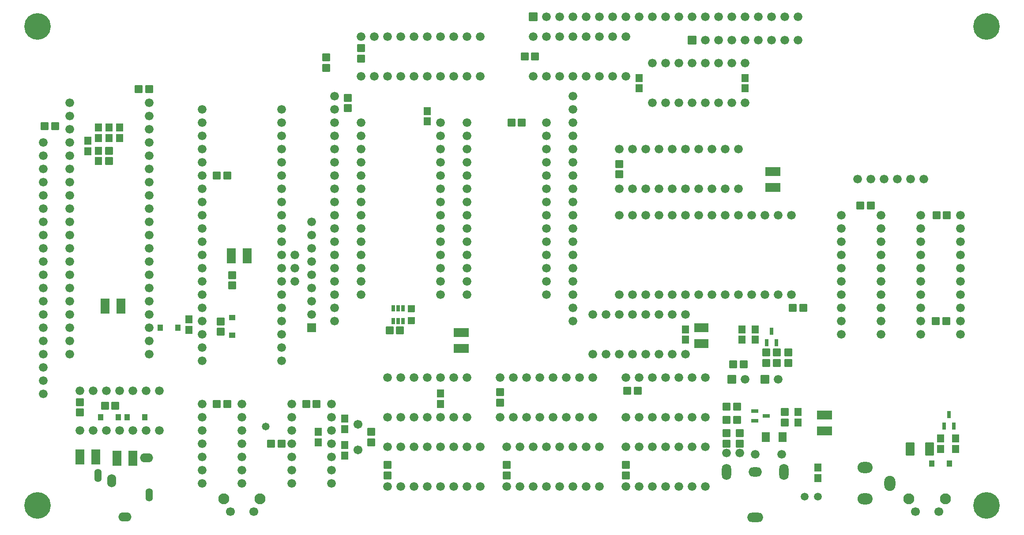
<source format=gbs>
G04 Layer: BottomSolderMaskLayer*
G04 EasyEDA v6.5.39, 2024-02-04 17:57:03*
G04 f6d63844dc264826aa4dc6ae726a4a04,5509f98a9368439c9cde498926e245b9,10*
G04 Gerber Generator version 0.2*
G04 Scale: 100 percent, Rotated: No, Reflected: No *
G04 Dimensions in inches *
G04 leading zeros omitted , absolute positions ,3 integer and 6 decimal *
%FSLAX36Y36*%
%MOIN*%

%AMMACRO1*1,1,$1,$2,$3*1,1,$1,$4,$5*1,1,$1,0-$2,0-$3*1,1,$1,0-$4,0-$5*20,1,$1,$2,$3,$4,$5,0*20,1,$1,$4,$5,0-$2,0-$3,0*20,1,$1,0-$2,0-$3,0-$4,0-$5,0*20,1,$1,0-$4,0-$5,$2,$3,0*4,1,4,$2,$3,$4,$5,0-$2,0-$3,0-$4,0-$5,$2,$3,0*%
%ADD10MACRO1,0.004X0.025X-0.025X-0.025X-0.025*%
%ADD11MACRO1,0.004X-0.0118X-0.0197X0.0118X-0.0197*%
%ADD12MACRO1,0.004X-0.0278X-0.0266X-0.0278X0.0266*%
%ADD13MACRO1,0.004X0.0278X-0.0266X0.0278X0.0266*%
%ADD14MACRO1,0.004X0.0187X0.0226X-0.0187X0.0226*%
%ADD15MACRO1,0.004X0.0278X0.0266X0.0278X-0.0266*%
%ADD16MACRO1,0.004X-0.0278X0.0266X-0.0278X-0.0266*%
%ADD17R,0.0572X0.0595*%
%ADD18MACRO1,0.0039X0.025X-0.0125X0.025X0.0125*%
%ADD19MACRO1,0.004X-0.0266X0.0278X0.0266X0.0278*%
%ADD20MACRO1,0.004X-0.0266X-0.0278X0.0266X-0.0278*%
%ADD21MACRO1,0.004X-0.0531X-0.0322X0.0531X-0.0322*%
%ADD22MACRO1,0.004X-0.0531X0.0322X0.0531X0.0322*%
%ADD23MACRO1,0.0039X0.0125X0.025X-0.0125X0.025*%
%ADD24MACRO1,0.004X0.0322X-0.0532X0.0322X0.0532*%
%ADD25MACRO1,0.004X-0.0322X-0.0532X-0.0322X0.0532*%
%ADD26MACRO1,0.004X-0.0187X-0.0226X0.0187X-0.0226*%
%ADD27MACRO1,0.004X0.0226X-0.0187X0.0226X0.0187*%
%ADD28R,0.1103X0.0684*%
%ADD29MACRO1,0.004X0.0292X-0.034X0.0292X0.034*%
%ADD30MACRO1,0.004X-0.0292X-0.034X-0.0292X0.034*%
%ADD31MACRO1,0.004X0.0297X-0.0468X0.0297X0.0468*%
%ADD32MACRO1,0.004X-0.0297X-0.0468X-0.0297X0.0468*%
%ADD33C,0.0660*%
%ADD34MACRO1,0.004X-0.031X0.031X0.031X0.031*%
%ADD35C,0.0669*%
%ADD36C,0.0827*%
%ADD37C,0.0591*%
%ADD38C,0.0670*%
%ADD39O,0.114X0.084*%
%ADD40O,0.084X0.114*%
%ADD41O,0.054000000000000006X0.099*%
%ADD42O,0.099X0.067*%
%ADD43O,0.067X0.099*%
%ADD44O,0.12211X0.070929*%
%ADD45O,0.070929X0.12211*%
%ADD46O,0.102425X0.070929*%
%ADD47R,0.0670X0.0660*%
%ADD48MACRO1,0.004X-0.031X0.0315X0.031X0.0315*%
%ADD49C,0.2008*%
%ADD50C,0.0580*%
%ADD51C,0.0105*%

%LPD*%
D10*
G01*
X2980000Y1645000D03*
G01*
X2980000Y1555000D03*
D11*
G01*
X2842600Y1647244D03*
G01*
X2880000Y1647244D03*
G01*
X2917399Y1647244D03*
G01*
X2917399Y1552755D03*
G01*
X2880000Y1552755D03*
G01*
X2842600Y1552755D03*
D12*
G01*
X7019371Y1550000D03*
D13*
G01*
X6940628Y1550000D03*
D14*
G01*
X1083370Y1500000D03*
G01*
X1216630Y1500000D03*
D15*
G01*
X1920628Y625000D03*
D16*
G01*
X1999371Y625000D03*
D17*
G01*
X6050000Y444369D03*
G01*
X6050000Y365630D03*
D18*
G01*
X5658307Y835000D03*
G01*
X5571692Y797599D03*
G01*
X5571692Y872402D03*
D19*
G01*
X5460000Y625628D03*
D20*
G01*
X5460000Y704371D03*
D15*
G01*
X5360628Y805000D03*
D16*
G01*
X5439371Y805000D03*
D19*
G01*
X5800000Y785628D03*
D20*
G01*
X5800000Y864371D03*
D17*
G01*
X5900000Y864369D03*
G01*
X5900000Y785630D03*
D21*
G01*
X6100000Y839744D03*
D22*
G01*
X6100000Y720255D03*
D23*
G01*
X7040000Y843306D03*
G01*
X7077401Y756693D03*
G01*
X7002597Y756693D03*
G01*
X5700000Y1473306D03*
G01*
X5737401Y1386693D03*
G01*
X5662597Y1386693D03*
D16*
G01*
X289371Y3025000D03*
D15*
G01*
X210628Y3025000D03*
D17*
G01*
X2275000Y635630D03*
G01*
X2275000Y714369D03*
D20*
G01*
X5825000Y1314371D03*
D19*
G01*
X5825000Y1235628D03*
D20*
G01*
X2675000Y714371D03*
D19*
G01*
X2675000Y635628D03*
D20*
G01*
X2800000Y464371D03*
D19*
G01*
X2800000Y385628D03*
D20*
G01*
X1625000Y1899371D03*
D19*
G01*
X1625000Y1820628D03*
D16*
G01*
X1589371Y925000D03*
D15*
G01*
X1510628Y925000D03*
D16*
G01*
X2264371Y925000D03*
D15*
G01*
X2185628Y925000D03*
D20*
G01*
X3700000Y464371D03*
D19*
G01*
X3700000Y385628D03*
D20*
G01*
X3650000Y1014371D03*
D19*
G01*
X3650000Y935628D03*
D13*
G01*
X4610628Y1025000D03*
D12*
G01*
X4689371Y1025000D03*
D17*
G01*
X3200000Y925630D03*
G01*
X3200000Y1004369D03*
D20*
G01*
X4600000Y464371D03*
D19*
G01*
X4600000Y385628D03*
D13*
G01*
X5860628Y1650000D03*
D12*
G01*
X5939371Y1650000D03*
D20*
G01*
X4550000Y2739371D03*
D19*
G01*
X4550000Y2660628D03*
D17*
G01*
X3100000Y3060630D03*
G01*
X3100000Y3139369D03*
D16*
G01*
X3814371Y3050000D03*
D15*
G01*
X3735628Y3050000D03*
D20*
G01*
X2600000Y3614371D03*
D19*
G01*
X2600000Y3535628D03*
D17*
G01*
X5500000Y3310630D03*
G01*
X5500000Y3389369D03*
G01*
X4700000Y3310630D03*
G01*
X4700000Y3389369D03*
G01*
X5050000Y1410630D03*
G01*
X5050000Y1489369D03*
D20*
G01*
X2500000Y3239371D03*
D19*
G01*
X2500000Y3160628D03*
D16*
G01*
X7024371Y2350000D03*
D15*
G01*
X6945628Y2350000D03*
D16*
G01*
X6449371Y2425000D03*
D15*
G01*
X6370628Y2425000D03*
D16*
G01*
X999371Y3305000D03*
D15*
G01*
X920628Y3305000D03*
D20*
G01*
X475000Y939371D03*
D19*
G01*
X475000Y860628D03*
D24*
G01*
X475255Y525000D03*
D25*
G01*
X594744Y525000D03*
D24*
G01*
X755255Y515000D03*
D25*
G01*
X874744Y515000D03*
D24*
G01*
X665255Y1665000D03*
D25*
G01*
X784744Y1665000D03*
D26*
G01*
X766630Y825000D03*
G01*
X633369Y825000D03*
D14*
G01*
X833369Y825000D03*
G01*
X966630Y825000D03*
D15*
G01*
X665628Y910000D03*
D16*
G01*
X744371Y910000D03*
D17*
G01*
X535000Y2914369D03*
G01*
X535000Y2835630D03*
G01*
X615000Y3014369D03*
G01*
X615000Y2935630D03*
G01*
X695000Y3014369D03*
G01*
X695000Y2935630D03*
G01*
X775000Y3014369D03*
G01*
X775000Y2935630D03*
G01*
X615000Y2839369D03*
G01*
X615000Y2760630D03*
D19*
G01*
X695000Y2760628D03*
D20*
G01*
X695000Y2839371D03*
D24*
G01*
X1620255Y2045000D03*
D25*
G01*
X1739744Y2045000D03*
D27*
G01*
X1625000Y1576630D03*
G01*
X1625000Y1443370D03*
D19*
G01*
X1540000Y1470628D03*
D20*
G01*
X1540000Y1549371D03*
D17*
G01*
X2475000Y814369D03*
G01*
X2475000Y735630D03*
G01*
X2475000Y614369D03*
G01*
X2475000Y535630D03*
D12*
G01*
X1589371Y2650000D03*
D13*
G01*
X1510628Y2650000D03*
D17*
G01*
X7090000Y664369D03*
G01*
X7090000Y585630D03*
G01*
X6975000Y664369D03*
G01*
X6975000Y585630D03*
G01*
X5575000Y1489369D03*
G01*
X5575000Y1410630D03*
G01*
X5475000Y1489369D03*
G01*
X5475000Y1410630D03*
D12*
G01*
X5489371Y1225000D03*
D13*
G01*
X5410628Y1225000D03*
D12*
G01*
X5439371Y905000D03*
D13*
G01*
X5360628Y905000D03*
D12*
G01*
X5739371Y1235000D03*
D13*
G01*
X5660628Y1235000D03*
D12*
G01*
X5739371Y1315000D03*
D13*
G01*
X5660628Y1315000D03*
D19*
G01*
X2335000Y3465628D03*
D20*
G01*
X2335000Y3544371D03*
D19*
G01*
X5360000Y625628D03*
D20*
G01*
X5360000Y704371D03*
D15*
G01*
X3835628Y3550000D03*
D16*
G01*
X3914371Y3550000D03*
D17*
G01*
X1300000Y1485630D03*
G01*
X1300000Y1564369D03*
D21*
G01*
X3355000Y1464744D03*
D22*
G01*
X3355000Y1345255D03*
D21*
G01*
X5710000Y2679744D03*
D22*
G01*
X5710000Y2560255D03*
D28*
G01*
X5170000Y1380259D03*
G01*
X5170000Y1499740D03*
D29*
G01*
X5657303Y675000D03*
D30*
G01*
X5782696Y675000D03*
D31*
G01*
X6746747Y585000D03*
D32*
G01*
X6893253Y585000D03*
D26*
G01*
X7041630Y475000D03*
G01*
X6908370Y475000D03*
D16*
G01*
X2894371Y1480000D03*
D15*
G01*
X2815628Y1480000D03*
D33*
G01*
X4400000Y3850000D03*
D34*
G01*
X3900000Y3850000D03*
D33*
G01*
X4000000Y3850000D03*
G01*
X4100000Y3850000D03*
G01*
X4200000Y3850000D03*
G01*
X4300000Y3850000D03*
G01*
X4500000Y3850000D03*
G01*
X4600000Y3850000D03*
G01*
X4700000Y3850000D03*
G01*
X4800000Y3850000D03*
G01*
X5200000Y3850000D03*
G01*
X5300000Y3850000D03*
G01*
X5400000Y3850000D03*
G01*
X5500000Y3850000D03*
G01*
X5600000Y3850000D03*
G01*
X5700000Y3850000D03*
G01*
X5800000Y3850000D03*
G01*
X5900000Y3850000D03*
G01*
X4900000Y3850000D03*
G01*
X5000000Y3850000D03*
G01*
X5100000Y3850000D03*
G01*
X7125000Y2350000D03*
G01*
X7125000Y2250000D03*
G01*
X7125000Y2150000D03*
G01*
X7125000Y2050000D03*
G01*
X7125000Y1950000D03*
G01*
X7125000Y1850000D03*
G01*
X7125000Y1750000D03*
G01*
X7125000Y1650000D03*
G01*
X7125000Y1550000D03*
G01*
X7125000Y1450000D03*
G01*
X6825000Y1450000D03*
G01*
X6825000Y1550000D03*
G01*
X6825000Y1650000D03*
G01*
X6825000Y1750000D03*
G01*
X6825000Y1850000D03*
G01*
X6825000Y1950000D03*
G01*
X6825000Y2050000D03*
G01*
X6825000Y2150000D03*
G01*
X6825000Y2250000D03*
G01*
X6825000Y2350000D03*
G01*
X6525000Y2350000D03*
G01*
X6525000Y2250000D03*
G01*
X6525000Y2150000D03*
G01*
X6525000Y2050000D03*
G01*
X6525000Y1950000D03*
G01*
X6525000Y1850000D03*
G01*
X6525000Y1750000D03*
G01*
X6525000Y1650000D03*
G01*
X6525000Y1550000D03*
G01*
X6525000Y1450000D03*
G01*
X6225000Y1450000D03*
G01*
X6225000Y1550000D03*
G01*
X6225000Y1650000D03*
G01*
X6225000Y1750000D03*
G01*
X6225000Y1850000D03*
G01*
X6225000Y1950000D03*
G01*
X6225000Y2050000D03*
G01*
X6225000Y2150000D03*
G01*
X6225000Y2250000D03*
G01*
X6225000Y2350000D03*
D35*
G01*
X6786419Y110790D03*
G01*
X6963580Y110790D03*
D36*
G01*
X6737209Y209209D03*
G01*
X7012799Y209209D03*
D33*
G01*
X2100000Y1950000D03*
G01*
X2100000Y2050000D03*
D37*
G01*
X6050000Y225000D03*
G01*
X5950000Y225000D03*
D35*
G01*
X1611419Y110799D03*
G01*
X1788580Y110799D03*
D36*
G01*
X1562209Y209220D03*
G01*
X1837799Y209220D03*
D33*
G01*
X2375000Y925000D03*
G01*
X2375000Y825000D03*
G01*
X2375000Y725000D03*
G01*
X2375000Y625000D03*
G01*
X2375000Y525000D03*
G01*
X2375000Y425000D03*
G01*
X2375000Y325000D03*
G01*
X2075000Y325000D03*
G01*
X2075000Y425000D03*
G01*
X2075000Y525000D03*
G01*
X2075000Y625000D03*
G01*
X2075000Y725000D03*
G01*
X2075000Y825000D03*
G01*
X2075000Y925000D03*
G01*
X4600000Y1125000D03*
G01*
X4700000Y1125000D03*
G01*
X4800000Y1125000D03*
G01*
X4900000Y1125000D03*
G01*
X5000000Y1125000D03*
G01*
X5100000Y1125000D03*
G01*
X5200000Y1125000D03*
G01*
X5200000Y825000D03*
G01*
X5100000Y825000D03*
G01*
X5000000Y825000D03*
G01*
X4900000Y825000D03*
G01*
X4800000Y825000D03*
G01*
X4700000Y825000D03*
G01*
X4600000Y825000D03*
G01*
X5850000Y1750000D03*
G01*
X5750000Y1750000D03*
G01*
X5650000Y1750000D03*
G01*
X5550000Y1750000D03*
G01*
X5450000Y1750000D03*
G01*
X5350000Y1750000D03*
G01*
X5249939Y1750000D03*
G01*
X5150000Y1750000D03*
G01*
X5050000Y1750000D03*
G01*
X4950000Y1750000D03*
G01*
X4850000Y1750000D03*
G01*
X4750000Y1750000D03*
G01*
X4650000Y1750000D03*
G01*
X4550000Y1750000D03*
G01*
X4550000Y2350000D03*
G01*
X4650000Y2350000D03*
G01*
X4750000Y2350000D03*
G01*
X4850000Y2350000D03*
G01*
X4950000Y2350000D03*
G01*
X5050000Y2350000D03*
G01*
X5150000Y2350000D03*
G01*
X5250000Y2350000D03*
G01*
X5350000Y2350000D03*
G01*
X5450000Y2350000D03*
G01*
X5550000Y2350000D03*
G01*
X5650000Y2350000D03*
G01*
X5750000Y2350000D03*
G01*
X5850000Y2350000D03*
G01*
X1700000Y925000D03*
G01*
X1700000Y825000D03*
G01*
X1700000Y725000D03*
G01*
X1700000Y625000D03*
G01*
X1700000Y525000D03*
G01*
X1700000Y425000D03*
G01*
X1700000Y325000D03*
G01*
X1400000Y325000D03*
G01*
X1400000Y425000D03*
G01*
X1400000Y525000D03*
G01*
X1400000Y625000D03*
G01*
X1400000Y725000D03*
G01*
X1400000Y825000D03*
G01*
X1400000Y925000D03*
G01*
X4600000Y600000D03*
G01*
X4700000Y600000D03*
G01*
X4800000Y600000D03*
G01*
X4900000Y600000D03*
G01*
X5000000Y600000D03*
G01*
X5100000Y600000D03*
G01*
X5200000Y600000D03*
G01*
X5200000Y300000D03*
G01*
X5100000Y300000D03*
G01*
X5000000Y300000D03*
G01*
X4900000Y300000D03*
G01*
X4800000Y300000D03*
G01*
X4700000Y300000D03*
G01*
X4600000Y300000D03*
G01*
X4550000Y2849969D03*
G01*
X4650000Y2849969D03*
G01*
X4750000Y2849969D03*
G01*
X4850000Y2849969D03*
G01*
X4950000Y2849969D03*
G01*
X5050000Y2849969D03*
G01*
X5150000Y2849969D03*
G01*
X5250000Y2849969D03*
G01*
X5350000Y2849969D03*
G01*
X5450000Y2849969D03*
G01*
X5450000Y2549969D03*
G01*
X5350000Y2549969D03*
G01*
X5250000Y2549969D03*
G01*
X5150000Y2549969D03*
G01*
X5050000Y2549969D03*
G01*
X4950000Y2549969D03*
G01*
X4850000Y2549969D03*
G01*
X4750000Y2549969D03*
G01*
X4650000Y2549969D03*
G01*
X4550000Y2549969D03*
G01*
X4000000Y3050000D03*
G01*
X4000000Y2950000D03*
G01*
X4000000Y2850000D03*
G01*
X4000000Y2750000D03*
G01*
X4000000Y2650000D03*
G01*
X4000000Y2550000D03*
G01*
X4000000Y2449940D03*
G01*
X4000000Y2350000D03*
G01*
X4000000Y2250000D03*
G01*
X4000000Y2150000D03*
G01*
X4000000Y2050000D03*
G01*
X4000000Y1950000D03*
G01*
X4000000Y1850000D03*
G01*
X4000000Y1750000D03*
G01*
X3400000Y1750000D03*
G01*
X3400000Y1850000D03*
G01*
X3400000Y1950000D03*
G01*
X3400000Y2050000D03*
G01*
X3400000Y2150000D03*
G01*
X3400000Y2250000D03*
G01*
X3400000Y2350000D03*
G01*
X3400000Y2450000D03*
G01*
X3400000Y2550000D03*
G01*
X3400000Y2650000D03*
G01*
X3400000Y2750000D03*
G01*
X3400000Y2850000D03*
G01*
X3400000Y2950000D03*
G01*
X3400000Y3050000D03*
G01*
X5050000Y1600000D03*
G01*
X4950000Y1600000D03*
G01*
X4650000Y1600000D03*
G01*
X4550000Y1600000D03*
G01*
X4850000Y1600000D03*
G01*
X4750000Y1600000D03*
G01*
X4450000Y1600000D03*
G01*
X4350000Y1600000D03*
G01*
X4350000Y1300000D03*
G01*
X4450000Y1300000D03*
G01*
X4550000Y1300000D03*
G01*
X4650000Y1300000D03*
G01*
X4750000Y1300000D03*
G01*
X4850000Y1300000D03*
G01*
X4950000Y1300000D03*
G01*
X5050000Y1300000D03*
G01*
X2800000Y1125000D03*
G01*
X2900000Y1125000D03*
G01*
X3000000Y1125000D03*
G01*
X3100000Y1125000D03*
G01*
X3200000Y1125000D03*
G01*
X3300000Y1125000D03*
G01*
X3400000Y1125000D03*
G01*
X3400000Y825000D03*
G01*
X3300000Y825000D03*
G01*
X3200000Y825000D03*
G01*
X3100000Y825000D03*
G01*
X3000000Y825000D03*
G01*
X2900000Y825000D03*
G01*
X2800000Y825000D03*
G01*
X4600000Y3700000D03*
G01*
X4500000Y3700000D03*
G01*
X4200000Y3700000D03*
G01*
X4100000Y3700000D03*
G01*
X4400000Y3700000D03*
G01*
X4300000Y3700000D03*
G01*
X4000000Y3700000D03*
G01*
X3900000Y3700000D03*
G01*
X3900000Y3400000D03*
G01*
X4000000Y3400000D03*
G01*
X4100000Y3400000D03*
G01*
X4200000Y3400000D03*
G01*
X4300000Y3400000D03*
G01*
X4400000Y3400000D03*
G01*
X4500000Y3400000D03*
G01*
X4600000Y3400000D03*
G01*
X2800000Y300000D03*
G01*
X2900000Y300000D03*
G01*
X3200000Y300000D03*
G01*
X3300000Y300000D03*
G01*
X3000000Y300000D03*
G01*
X3100000Y300000D03*
G01*
X3400000Y300000D03*
G01*
X3500000Y300000D03*
G01*
X3500000Y600000D03*
G01*
X3400000Y600000D03*
G01*
X3300000Y600000D03*
G01*
X3200000Y600000D03*
G01*
X3100000Y600000D03*
G01*
X3000000Y600000D03*
G01*
X2900000Y600000D03*
G01*
X2800000Y600000D03*
G01*
X3700000Y300000D03*
G01*
X3800000Y300000D03*
G01*
X4100000Y300000D03*
G01*
X4200000Y300000D03*
G01*
X3900000Y300000D03*
G01*
X4000000Y300000D03*
G01*
X4300000Y300000D03*
G01*
X4400000Y300000D03*
G01*
X4400000Y600000D03*
G01*
X4300000Y600000D03*
G01*
X4200000Y600000D03*
G01*
X4100000Y600000D03*
G01*
X4000000Y600000D03*
G01*
X3900000Y600000D03*
G01*
X3800000Y600000D03*
G01*
X3700000Y600000D03*
G01*
X3650000Y825000D03*
G01*
X3750000Y825000D03*
G01*
X4050000Y825000D03*
G01*
X4150000Y825000D03*
G01*
X3850000Y825000D03*
G01*
X3950000Y825000D03*
G01*
X4250000Y825000D03*
G01*
X4350000Y825000D03*
G01*
X4350000Y1125000D03*
G01*
X4250000Y1125000D03*
G01*
X4150000Y1125000D03*
G01*
X4050000Y1125000D03*
G01*
X3950000Y1125000D03*
G01*
X3850000Y1125000D03*
G01*
X3750000Y1125000D03*
G01*
X3650000Y1125000D03*
G01*
X5500000Y3500000D03*
G01*
X5400000Y3500000D03*
G01*
X5100000Y3500000D03*
G01*
X5000000Y3500000D03*
G01*
X5300000Y3500000D03*
G01*
X5200000Y3500000D03*
G01*
X4900000Y3500000D03*
G01*
X4800000Y3500000D03*
G01*
X4800000Y3200000D03*
G01*
X4900000Y3200000D03*
G01*
X5000000Y3200000D03*
G01*
X5100000Y3200000D03*
G01*
X5200000Y3200000D03*
G01*
X5300000Y3200000D03*
G01*
X5400000Y3200000D03*
G01*
X5500000Y3200000D03*
G01*
X475000Y1025000D03*
G01*
X575000Y1025000D03*
G01*
X675000Y1025000D03*
G01*
X775000Y1025000D03*
G01*
X875000Y1025000D03*
G01*
X975000Y1025000D03*
G01*
X1075000Y1025000D03*
G01*
X1075000Y725000D03*
G01*
X975000Y725000D03*
G01*
X875000Y725000D03*
G01*
X775000Y725000D03*
G01*
X675000Y725000D03*
G01*
X575000Y725000D03*
G01*
X475000Y725000D03*
G01*
X200000Y1000000D03*
G01*
X200000Y1100000D03*
G01*
X200000Y1200000D03*
G01*
X200000Y1300000D03*
G01*
X200000Y1400000D03*
G01*
X200000Y1500000D03*
G01*
X200000Y1600000D03*
G01*
X200000Y1700000D03*
G01*
X200000Y1800000D03*
G01*
X200000Y1900000D03*
G01*
X200000Y2000000D03*
G01*
X200000Y2100000D03*
G01*
X200000Y2200000D03*
G01*
X200000Y2300000D03*
G01*
X200000Y2400000D03*
G01*
X200000Y2500000D03*
G01*
X200000Y2600000D03*
G01*
X200000Y2700000D03*
G01*
X200000Y2800000D03*
G01*
X200000Y2900000D03*
G01*
X2000000Y3150000D03*
G01*
X2000000Y3050000D03*
G01*
X2000000Y2950000D03*
G01*
X2000000Y2850000D03*
G01*
X2000000Y2750000D03*
G01*
X2000000Y2650000D03*
G01*
X2000000Y2550000D03*
G01*
X2000000Y2450000D03*
G01*
X2000000Y2350000D03*
G01*
X2000000Y2250000D03*
G01*
X2000000Y2150000D03*
G01*
X2000000Y2050000D03*
G01*
X2000000Y1950000D03*
G01*
X2000000Y1850000D03*
G01*
X2000000Y1750000D03*
G01*
X2000000Y1650000D03*
G01*
X2000000Y1550000D03*
G01*
X2000000Y1450000D03*
G01*
X2000000Y1350000D03*
G01*
X2000000Y1250000D03*
G01*
X1400000Y1250000D03*
G01*
X1400000Y1350000D03*
G01*
X1400000Y1450000D03*
G01*
X1400000Y1550000D03*
G01*
X1400000Y1650000D03*
G01*
X1400000Y1750000D03*
G01*
X1400000Y1850000D03*
G01*
X1400000Y1950000D03*
G01*
X1400000Y2050000D03*
G01*
X1400000Y2150000D03*
G01*
X1400000Y2250000D03*
G01*
X1400000Y2350000D03*
G01*
X1400000Y2450000D03*
G01*
X1400000Y2550000D03*
G01*
X1400000Y2650000D03*
G01*
X1400000Y2750000D03*
G01*
X1400000Y2850000D03*
G01*
X1400000Y2950000D03*
G01*
X1400000Y3050000D03*
G01*
X1400000Y3150000D03*
G01*
X1000000Y3200000D03*
G01*
X1000000Y3100000D03*
G01*
X1000000Y3000000D03*
G01*
X1000000Y2900000D03*
G01*
X1000000Y2800000D03*
G01*
X1000000Y2700000D03*
G01*
X1000000Y2600000D03*
G01*
X1000000Y2500000D03*
G01*
X1000000Y2400000D03*
G01*
X1000000Y2300000D03*
G01*
X1000000Y2200000D03*
G01*
X1000000Y2100000D03*
G01*
X1000000Y2000000D03*
G01*
X1000000Y1900000D03*
G01*
X1000000Y1800000D03*
G01*
X1000000Y1700000D03*
G01*
X1000000Y1600000D03*
G01*
X1000000Y1500000D03*
G01*
X1000000Y1400000D03*
G01*
X1000000Y1300000D03*
G01*
X400000Y1300000D03*
G01*
X400000Y1400000D03*
G01*
X400000Y1500000D03*
G01*
X400000Y1600000D03*
G01*
X400000Y1700000D03*
G01*
X400000Y1800000D03*
G01*
X400000Y1900000D03*
G01*
X400000Y2000000D03*
G01*
X400000Y2100000D03*
G01*
X400000Y2200000D03*
G01*
X400000Y2300000D03*
G01*
X400000Y2400000D03*
G01*
X400000Y2500000D03*
G01*
X400000Y2600000D03*
G01*
X400000Y2700000D03*
G01*
X400000Y2800000D03*
G01*
X400000Y2900000D03*
G01*
X400000Y3000000D03*
G01*
X400000Y3100000D03*
G01*
X400000Y3200000D03*
G01*
X2600000Y3699969D03*
G01*
X2700000Y3699969D03*
G01*
X2800000Y3699969D03*
G01*
X2900000Y3699969D03*
G01*
X3000000Y3699969D03*
G01*
X3100000Y3699969D03*
G01*
X3200000Y3699969D03*
G01*
X3300000Y3699969D03*
G01*
X3400000Y3699969D03*
G01*
X3500000Y3699969D03*
G01*
X3500000Y3399969D03*
G01*
X3400000Y3399969D03*
G01*
X3300000Y3399969D03*
G01*
X3200000Y3399969D03*
G01*
X3100000Y3399969D03*
G01*
X3000000Y3399969D03*
G01*
X2900000Y3399969D03*
G01*
X2800000Y3399969D03*
G01*
X2700000Y3399969D03*
G01*
X2600000Y3399969D03*
G01*
X3200000Y3050000D03*
G01*
X3200000Y2950000D03*
G01*
X3200000Y2850000D03*
G01*
X3200000Y2750000D03*
G01*
X3200000Y2650000D03*
G01*
X3200000Y2550000D03*
G01*
X3200000Y2449940D03*
G01*
X3200000Y2350000D03*
G01*
X3200000Y2250000D03*
G01*
X3200000Y2150000D03*
G01*
X3200000Y2050000D03*
G01*
X3200000Y1950000D03*
G01*
X3200000Y1850000D03*
G01*
X3200000Y1750000D03*
G01*
X2600000Y1750000D03*
G01*
X2600000Y1850000D03*
G01*
X2600000Y1950000D03*
G01*
X2600000Y2050000D03*
G01*
X2600000Y2150000D03*
G01*
X2600000Y2250000D03*
G01*
X2600000Y2350000D03*
G01*
X2600000Y2450000D03*
G01*
X2600000Y2550000D03*
G01*
X2600000Y2650000D03*
G01*
X2600000Y2750000D03*
G01*
X2600000Y2850000D03*
G01*
X2600000Y2950000D03*
G01*
X2600000Y3050000D03*
D38*
G01*
X2575000Y578539D03*
G01*
X2575000Y771460D03*
D33*
G01*
X5460000Y555000D03*
G01*
X5360000Y555000D03*
D39*
G01*
X6407489Y443110D03*
G01*
X6407489Y206889D03*
D40*
G01*
X6592520Y325000D03*
D33*
G01*
X6850000Y2625000D03*
G01*
X6750000Y2625000D03*
G01*
X6650000Y2625000D03*
G01*
X6550000Y2625000D03*
G01*
X6450000Y2625000D03*
G01*
X6350000Y2625000D03*
D41*
G01*
X612089Y383589D03*
D42*
G01*
X978230Y517409D03*
D41*
G01*
X997910Y237950D03*
D43*
G01*
X714810Y344180D03*
D42*
G01*
X816810Y72590D03*
D33*
G01*
X2400000Y3250000D03*
G01*
X2400000Y3150000D03*
G01*
X2400000Y3050000D03*
G01*
X2400000Y2950000D03*
G01*
X2400000Y2850000D03*
G01*
X2400000Y2750000D03*
G01*
X2400000Y2650000D03*
G01*
X2400000Y2550000D03*
G01*
X2400000Y2450000D03*
G01*
X2400000Y2350000D03*
G01*
X2400000Y2250000D03*
G01*
X2400000Y2150000D03*
G01*
X2400000Y2050000D03*
G01*
X2400000Y1950000D03*
G01*
X2400000Y1850000D03*
G01*
X2400000Y1750000D03*
G01*
X2400000Y1650000D03*
G01*
X2400000Y1550000D03*
G01*
X4200000Y3250000D03*
G01*
X4200000Y3150000D03*
G01*
X4200000Y3050000D03*
G01*
X4200000Y2950000D03*
G01*
X4200000Y2850000D03*
G01*
X4200000Y2750000D03*
G01*
X4200000Y2650000D03*
G01*
X4200000Y2550000D03*
G01*
X4200000Y2450000D03*
G01*
X4200000Y2350000D03*
G01*
X4200000Y2250000D03*
G01*
X4200000Y2150000D03*
G01*
X4200000Y2050000D03*
G01*
X4200000Y1950000D03*
G01*
X4200000Y1850000D03*
G01*
X4200000Y1750000D03*
G01*
X4200000Y1650000D03*
G01*
X4200000Y1550000D03*
D44*
G01*
X5575000Y66340D03*
D45*
G01*
X5791540Y412800D03*
G01*
X5358469Y412800D03*
D46*
G01*
X5575000Y412800D03*
D47*
G01*
X2225000Y1500000D03*
D33*
G01*
X2225000Y1600000D03*
G01*
X2225000Y1700000D03*
G01*
X2225000Y1800000D03*
G01*
X2225000Y1900000D03*
G01*
X2225000Y2000000D03*
G01*
X2225000Y2100000D03*
G01*
X2225000Y2200000D03*
G01*
X2225000Y2300000D03*
D48*
G01*
X5100000Y3675000D03*
D33*
G01*
X5200000Y3675000D03*
G01*
X5300000Y3675000D03*
G01*
X5400000Y3675000D03*
G01*
X5500000Y3675000D03*
G01*
X5600000Y3675000D03*
G01*
X5700000Y3675000D03*
G01*
X5800000Y3675000D03*
G01*
X5900000Y3675000D03*
G01*
X2100000Y1850000D03*
G01*
X2100000Y1950000D03*
D34*
G01*
X5650000Y1110000D03*
D33*
G01*
X5750000Y1110000D03*
D34*
G01*
X5400000Y1110000D03*
D33*
G01*
X5500000Y1110000D03*
D49*
G01*
X157480Y157480D03*
G01*
X7322820Y157480D03*
G01*
X7322820Y3779520D03*
G01*
X157480Y3779520D03*
D33*
G01*
X4200000Y3150000D03*
G01*
X5775000Y545000D03*
G01*
X5575000Y545000D03*
D50*
G01*
X1880000Y755000D03*
M02*

</source>
